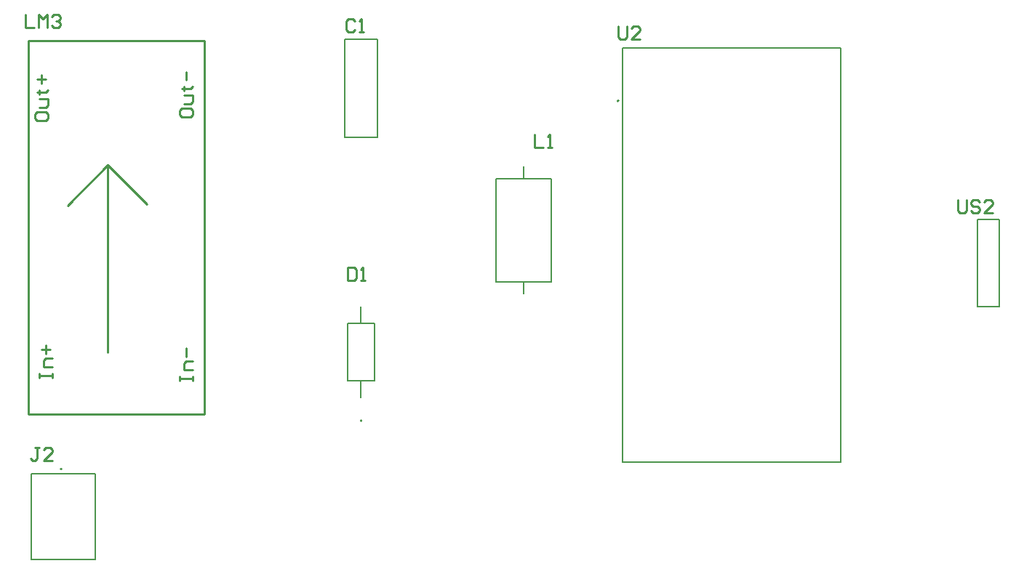
<source format=gto>
G04*
G04 #@! TF.GenerationSoftware,Altium Limited,Altium Designer,24.1.2 (44)*
G04*
G04 Layer_Color=65535*
%FSLAX44Y44*%
%MOMM*%
G71*
G04*
G04 #@! TF.SameCoordinates,79612F31-D5A8-4C31-8A46-0FB93C1D3082*
G04*
G04*
G04 #@! TF.FilePolarity,Positive*
G04*
G01*
G75*
%ADD10C,0.2000*%
%ADD11C,0.1270*%
%ADD12C,0.2540*%
D10*
X413750Y188200D02*
G03*
X413750Y188200I-1000J0D01*
G01*
X64500Y132200D02*
G03*
X64500Y132200I-1000J0D01*
G01*
X713050Y561000D02*
G03*
X713050Y561000I-1000J0D01*
G01*
X1130300Y422910D02*
X1155700D01*
Y321310D02*
Y422910D01*
X1130300Y321310D02*
Y422910D01*
Y321310D02*
X1155700D01*
X393700Y632460D02*
X431800D01*
Y518160D02*
Y632460D01*
X393700Y518160D02*
X431800D01*
X393700D02*
Y632460D01*
D11*
X569480Y350210D02*
Y470210D01*
X634480Y350210D02*
Y470210D01*
X569480D02*
X634480D01*
X569480Y350210D02*
X634480D01*
X601980Y336160D02*
Y350210D01*
Y470210D02*
Y484260D01*
X397250Y234700D02*
X412750D01*
X428250D01*
Y301700D01*
X412750D02*
X428250D01*
X397250D02*
X412750D01*
X397250Y234700D02*
Y301700D01*
X412750Y215000D02*
Y234700D01*
Y301700D02*
Y321400D01*
X103500Y26200D02*
Y126200D01*
X28500D02*
X103500D01*
X28500Y26200D02*
Y126200D01*
Y26200D02*
X103500D01*
X717550Y139700D02*
Y622300D01*
Y139700D02*
X971550D01*
X717550Y622300D02*
X971550D01*
Y139700D02*
Y622300D01*
D12*
X118110Y485902D02*
X163830Y440182D01*
X118110Y483362D02*
Y485902D01*
X71120Y438912D02*
X118110Y485902D01*
Y267462D02*
Y485902D01*
X25400Y631190D02*
X230400D01*
X25400Y196190D02*
Y631190D01*
Y196190D02*
X230400D01*
Y631190D01*
X33025Y545589D02*
Y540511D01*
X35564Y537972D01*
X45721D01*
X48260Y540511D01*
Y545589D01*
X45721Y548129D01*
X35564D01*
X33025Y545589D01*
X38103Y553207D02*
X45721D01*
X48260Y555746D01*
Y563364D01*
X38103D01*
X35564Y570981D02*
X38103D01*
Y568442D01*
Y573521D01*
Y570981D01*
X45721D01*
X48260Y573521D01*
X40642Y581138D02*
Y591295D01*
X35564Y586216D02*
X45721D01*
X201935Y549399D02*
Y544321D01*
X204474Y541782D01*
X214631D01*
X217170Y544321D01*
Y549399D01*
X214631Y551939D01*
X204474D01*
X201935Y549399D01*
X207013Y557017D02*
X214631D01*
X217170Y559556D01*
Y567174D01*
X207013D01*
X204474Y574791D02*
X207013D01*
Y572252D01*
Y577331D01*
Y574791D01*
X214631D01*
X217170Y577331D01*
X209552Y584948D02*
Y595105D01*
X201935Y234442D02*
Y239520D01*
Y236981D01*
X217170D01*
Y234442D01*
Y239520D01*
Y247138D02*
X207013D01*
Y254755D01*
X209552Y257295D01*
X217170D01*
X209552Y262373D02*
Y272530D01*
X38105Y238252D02*
Y243330D01*
Y240791D01*
X53340D01*
Y238252D01*
Y243330D01*
Y250948D02*
X43183D01*
Y258565D01*
X45722Y261105D01*
X53340D01*
X45722Y266183D02*
Y276340D01*
X40644Y271261D02*
X50801D01*
X614683Y521968D02*
Y506732D01*
X624840D01*
X629918D02*
X634997D01*
X632458D01*
Y521968D01*
X629918Y519428D01*
X397002Y367025D02*
Y351790D01*
X404619D01*
X407159Y354329D01*
Y364486D01*
X404619Y367025D01*
X397002D01*
X412237Y351790D02*
X417315D01*
X414776D01*
Y367025D01*
X412237Y364486D01*
X405381Y653792D02*
X402841Y656331D01*
X397763D01*
X395224Y653792D01*
Y643635D01*
X397763Y641096D01*
X402841D01*
X405381Y643635D01*
X410459Y641096D02*
X415537D01*
X412998D01*
Y656331D01*
X410459Y653792D01*
X38351Y156967D02*
X33272D01*
X35812D01*
Y144271D01*
X33272Y141732D01*
X30733D01*
X28194Y144271D01*
X53586Y141732D02*
X43429D01*
X53586Y151889D01*
Y154428D01*
X51047Y156967D01*
X45968D01*
X43429Y154428D01*
X1107447Y445768D02*
Y433072D01*
X1109986Y430532D01*
X1115064D01*
X1117603Y433072D01*
Y445768D01*
X1132838Y443228D02*
X1130299Y445768D01*
X1125221D01*
X1122682Y443228D01*
Y440689D01*
X1125221Y438150D01*
X1130299D01*
X1132838Y435611D01*
Y433072D01*
X1130299Y430532D01*
X1125221D01*
X1122682Y433072D01*
X1148073Y430532D02*
X1137917D01*
X1148073Y440689D01*
Y443228D01*
X1145534Y445768D01*
X1140456D01*
X1137917Y443228D01*
X712470Y647949D02*
Y635253D01*
X715009Y632714D01*
X720088D01*
X722627Y635253D01*
Y647949D01*
X737862Y632714D02*
X727705D01*
X737862Y642871D01*
Y645410D01*
X735323Y647949D01*
X730244D01*
X727705Y645410D01*
X22098Y661157D02*
Y645922D01*
X32255D01*
X37333D02*
Y661157D01*
X42411Y656079D01*
X47490Y661157D01*
Y645922D01*
X52568Y658618D02*
X55107Y661157D01*
X60186D01*
X62725Y658618D01*
Y656079D01*
X60186Y653540D01*
X57646D01*
X60186D01*
X62725Y651000D01*
Y648461D01*
X60186Y645922D01*
X55107D01*
X52568Y648461D01*
M02*

</source>
